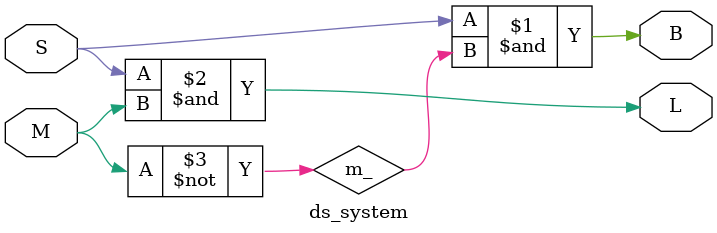
<source format=v>
`timescale 1ns / 1ps
module ds_system(input S, M, output B, L);
	wire m_;
	
	not not1(m_, M);
	and and1(B, S, m_);
	and and2(L, S, M);
endmodule

</source>
